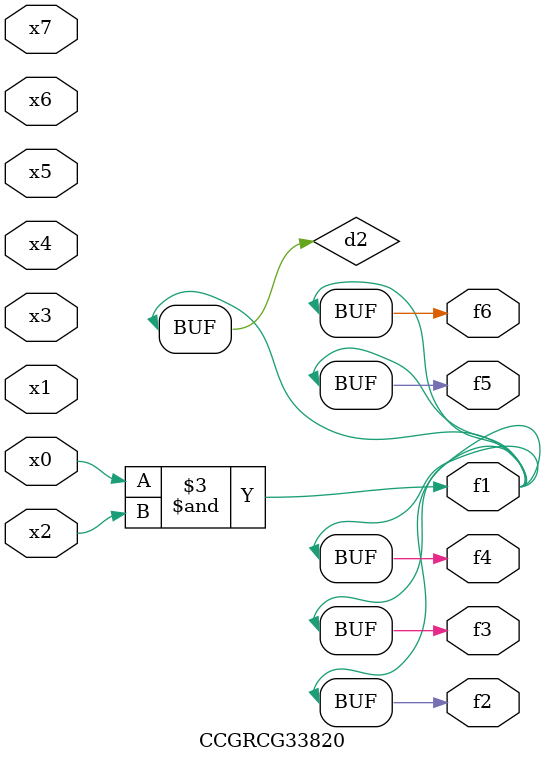
<source format=v>
module CCGRCG33820(
	input x0, x1, x2, x3, x4, x5, x6, x7,
	output f1, f2, f3, f4, f5, f6
);

	wire d1, d2;

	nor (d1, x3, x6);
	and (d2, x0, x2);
	assign f1 = d2;
	assign f2 = d2;
	assign f3 = d2;
	assign f4 = d2;
	assign f5 = d2;
	assign f6 = d2;
endmodule

</source>
